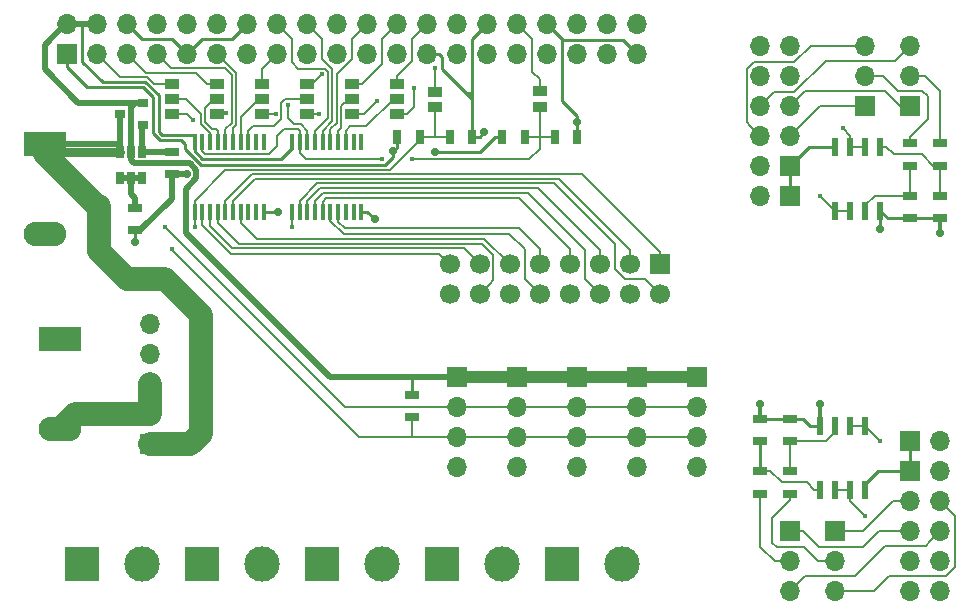
<source format=gtl>
G04 #@! TF.FileFunction,Copper,L1,Top,Signal*
%FSLAX46Y46*%
G04 Gerber Fmt 4.6, Leading zero omitted, Abs format (unit mm)*
G04 Created by KiCad (PCBNEW 4.0.7) date 08/21/18 18:23:19*
%MOMM*%
%LPD*%
G01*
G04 APERTURE LIST*
%ADD10C,0.100000*%
%ADD11R,1.270000X0.970000*%
%ADD12R,1.700000X1.700000*%
%ADD13C,1.700000*%
%ADD14O,1.700000X1.700000*%
%ADD15R,0.650000X1.060000*%
%ADD16R,0.900000X0.800000*%
%ADD17R,1.300000X0.700000*%
%ADD18R,0.700000X1.300000*%
%ADD19R,0.450000X1.450000*%
%ADD20R,3.600000X2.100000*%
%ADD21O,3.600000X2.100000*%
%ADD22R,3.000000X3.000000*%
%ADD23C,3.000000*%
%ADD24R,0.600000X1.550000*%
%ADD25C,0.400000*%
%ADD26C,0.700000*%
%ADD27C,0.500000*%
%ADD28C,0.254000*%
%ADD29C,1.000000*%
%ADD30C,0.203200*%
%ADD31C,2.000000*%
%ADD32C,0.762000*%
%ADD33C,0.250000*%
%ADD34C,0.300000*%
G04 APERTURE END LIST*
D10*
D11*
X106680000Y-25400000D03*
X106680000Y-24130000D03*
X106680000Y-22860000D03*
X95250000Y-25400000D03*
X95250000Y-24130000D03*
X95250000Y-22860000D03*
X99060000Y-25400000D03*
X99060000Y-24130000D03*
X99060000Y-22860000D03*
X102870000Y-25400000D03*
X102870000Y-24130000D03*
X102870000Y-22860000D03*
X110490000Y-25400000D03*
X110490000Y-24130000D03*
X110490000Y-22860000D03*
X114300000Y-25400000D03*
X114300000Y-24130000D03*
X114300000Y-22860000D03*
D12*
X136525000Y-38100000D03*
D13*
X136525000Y-40640000D03*
X133985000Y-38100000D03*
X133985000Y-40640000D03*
X131445000Y-38100000D03*
X131445000Y-40640000D03*
X128905000Y-38100000D03*
X128905000Y-40640000D03*
X126365000Y-38100000D03*
X126365000Y-40640000D03*
X123825000Y-38100000D03*
X123825000Y-40640000D03*
X121285000Y-38100000D03*
X121285000Y-40640000D03*
X118745000Y-38100000D03*
X118745000Y-40640000D03*
D12*
X119380000Y-47625000D03*
D14*
X119380000Y-50165000D03*
X119380000Y-52705000D03*
X119380000Y-55245000D03*
D12*
X124460000Y-47625000D03*
D14*
X124460000Y-50165000D03*
X124460000Y-52705000D03*
X124460000Y-55245000D03*
D12*
X129540000Y-47625000D03*
D14*
X129540000Y-50165000D03*
X129540000Y-52705000D03*
X129540000Y-55245000D03*
D12*
X93345000Y-53340000D03*
D14*
X93345000Y-50800000D03*
X93345000Y-48260000D03*
X93345000Y-45720000D03*
X93345000Y-43180000D03*
D12*
X139700000Y-47625000D03*
D14*
X139700000Y-50165000D03*
X139700000Y-52705000D03*
X139700000Y-55245000D03*
D12*
X134620000Y-47625000D03*
D14*
X134620000Y-50165000D03*
X134620000Y-52705000D03*
X134620000Y-55245000D03*
D11*
X117475000Y-24775000D03*
X117475000Y-23495000D03*
X126365000Y-24770000D03*
X126365000Y-23490000D03*
D15*
X90805000Y-30775000D03*
X91755000Y-30775000D03*
X92705000Y-30775000D03*
X92705000Y-28575000D03*
X90805000Y-28575000D03*
X91755000Y-28575000D03*
D16*
X92805000Y-26350000D03*
X92805000Y-24450000D03*
X90805000Y-25400000D03*
D17*
X115570000Y-51054000D03*
X115570000Y-49154000D03*
D18*
X114300000Y-27305000D03*
X116200000Y-27305000D03*
X118745000Y-27305000D03*
X120645000Y-27305000D03*
X123195000Y-27305000D03*
X125095000Y-27305000D03*
X127635000Y-27305000D03*
X129535000Y-27305000D03*
D17*
X92075000Y-33340000D03*
X92075000Y-35240000D03*
X95250000Y-28575000D03*
X95250000Y-30475000D03*
D19*
X97155000Y-33655000D03*
X97805000Y-33655000D03*
X98455000Y-33655000D03*
X99105000Y-33655000D03*
X99755000Y-33655000D03*
X100405000Y-33655000D03*
X101055000Y-33655000D03*
X101705000Y-33655000D03*
X102355000Y-33655000D03*
X103005000Y-33655000D03*
X103005000Y-27755000D03*
X102355000Y-27755000D03*
X101705000Y-27755000D03*
X101055000Y-27755000D03*
X100405000Y-27755000D03*
X99755000Y-27755000D03*
X99105000Y-27755000D03*
X98455000Y-27755000D03*
X97805000Y-27755000D03*
X97155000Y-27755000D03*
X105410000Y-33655000D03*
X106060000Y-33655000D03*
X106710000Y-33655000D03*
X107360000Y-33655000D03*
X108010000Y-33655000D03*
X108660000Y-33655000D03*
X109310000Y-33655000D03*
X109960000Y-33655000D03*
X110610000Y-33655000D03*
X111260000Y-33655000D03*
X111260000Y-27755000D03*
X110610000Y-27755000D03*
X109960000Y-27755000D03*
X109310000Y-27755000D03*
X108660000Y-27755000D03*
X108010000Y-27755000D03*
X107360000Y-27755000D03*
X106710000Y-27755000D03*
X106060000Y-27755000D03*
X105410000Y-27755000D03*
D12*
X86360000Y-20320000D03*
D14*
X86360000Y-17780000D03*
X88900000Y-20320000D03*
X88900000Y-17780000D03*
X91440000Y-20320000D03*
X91440000Y-17780000D03*
X93980000Y-20320000D03*
X93980000Y-17780000D03*
X96520000Y-20320000D03*
X96520000Y-17780000D03*
X99060000Y-20320000D03*
X99060000Y-17780000D03*
X101600000Y-20320000D03*
X101600000Y-17780000D03*
X104140000Y-20320000D03*
X104140000Y-17780000D03*
X106680000Y-20320000D03*
X106680000Y-17780000D03*
X109220000Y-20320000D03*
X109220000Y-17780000D03*
X111760000Y-20320000D03*
X111760000Y-17780000D03*
X114300000Y-20320000D03*
X114300000Y-17780000D03*
X116840000Y-20320000D03*
X116840000Y-17780000D03*
X119380000Y-20320000D03*
X119380000Y-17780000D03*
X121920000Y-20320000D03*
X121920000Y-17780000D03*
X124460000Y-20320000D03*
X124460000Y-17780000D03*
X127000000Y-20320000D03*
X127000000Y-17780000D03*
X129540000Y-20320000D03*
X129540000Y-17780000D03*
X132080000Y-20320000D03*
X132080000Y-17780000D03*
X134620000Y-20320000D03*
X134620000Y-17780000D03*
D20*
X85725000Y-44450000D03*
D21*
X85725000Y-52070000D03*
D22*
X87630000Y-63500000D03*
D23*
X92710000Y-63500000D03*
D22*
X97790000Y-63500000D03*
D23*
X102870000Y-63500000D03*
D22*
X107950000Y-63500000D03*
D23*
X113030000Y-63500000D03*
D22*
X118110000Y-63500000D03*
D23*
X123190000Y-63500000D03*
D22*
X128270000Y-63500000D03*
D23*
X133350000Y-63500000D03*
D12*
X157761521Y-55644537D03*
D14*
X160301521Y-55644537D03*
X157761521Y-58184537D03*
X160301521Y-58184537D03*
X157761521Y-60724537D03*
X160301521Y-60724537D03*
X157761521Y-63264537D03*
X160301521Y-63264537D03*
X157761521Y-65804537D03*
X160301521Y-65804537D03*
D12*
X151411521Y-60724537D03*
D14*
X151411521Y-63264537D03*
X151411521Y-65804537D03*
D12*
X147601521Y-60724537D03*
D14*
X147601521Y-63264537D03*
X147601521Y-65804537D03*
D12*
X147596947Y-29762725D03*
D14*
X145056947Y-29762725D03*
X147596947Y-27222725D03*
X145056947Y-27222725D03*
X147596947Y-24682725D03*
X145056947Y-24682725D03*
X147596947Y-22142725D03*
X145056947Y-22142725D03*
X147596947Y-19602725D03*
X145056947Y-19602725D03*
D12*
X153946947Y-24682725D03*
D14*
X153946947Y-22142725D03*
X153946947Y-19602725D03*
D12*
X157756947Y-24682725D03*
D14*
X157756947Y-22142725D03*
X157756947Y-19602725D03*
D12*
X157761521Y-53104537D03*
D14*
X160301521Y-53104537D03*
D12*
X147596947Y-32302725D03*
D14*
X145056947Y-32302725D03*
D17*
X147584260Y-57536744D03*
X147584260Y-55636744D03*
X147584260Y-53096744D03*
X147584260Y-51196744D03*
X145044260Y-57536744D03*
X145044260Y-55636744D03*
X145044260Y-53096744D03*
X145044260Y-51196744D03*
X157756947Y-27857725D03*
X157756947Y-29757725D03*
X157756947Y-32307725D03*
X157756947Y-34207725D03*
X160296947Y-27862725D03*
X160296947Y-29762725D03*
X160296947Y-32307725D03*
X160296947Y-34207725D03*
D24*
X153934260Y-51826744D03*
X152664260Y-51826744D03*
X151394260Y-51826744D03*
X150124260Y-51826744D03*
X150124260Y-57226744D03*
X151394260Y-57226744D03*
X152664260Y-57226744D03*
X153934260Y-57226744D03*
X151406947Y-33572725D03*
X152676947Y-33572725D03*
X153946947Y-33572725D03*
X155216947Y-33572725D03*
X155216947Y-28172725D03*
X153946947Y-28172725D03*
X152676947Y-28172725D03*
X151406947Y-28172725D03*
D20*
X84455000Y-27940000D03*
D21*
X84455000Y-35560000D03*
D25*
X94615000Y-34925000D03*
X95222507Y-36852641D03*
D26*
X121666000Y-26924000D03*
X104176737Y-33678190D03*
X96520000Y-30480000D03*
X112395000Y-34290000D03*
X129540000Y-26035000D03*
X92075000Y-36195000D03*
D25*
X97155000Y-34925000D03*
X105410000Y-34925000D03*
X117471428Y-21491579D03*
X113017843Y-29199056D03*
X115576801Y-29214278D03*
D26*
X113981436Y-28550655D03*
X117475000Y-28575000D03*
D25*
X105049188Y-24609410D03*
D26*
X145061521Y-49929537D03*
X150141521Y-49929537D03*
D25*
X155221699Y-53104396D03*
X153951521Y-59454537D03*
D26*
X160296947Y-35477725D03*
X155216947Y-35096725D03*
D25*
X150136947Y-32302725D03*
X152041947Y-26587725D03*
X107950000Y-22033015D03*
X104013000Y-25400000D03*
X99813568Y-25319635D03*
X107724590Y-25400000D03*
X97021247Y-25933366D03*
X115757453Y-23212421D03*
X112581547Y-24308354D03*
D27*
X86360000Y-17780000D02*
X86213914Y-17780000D01*
X86213914Y-17780000D02*
X84455000Y-19538914D01*
X84455000Y-19538914D02*
X84455000Y-21590000D01*
X84455000Y-21590000D02*
X87315000Y-24450000D01*
D28*
X97155000Y-27255000D02*
X97078000Y-27178000D01*
X89359923Y-22684923D02*
X87630000Y-20955000D01*
X92976172Y-22684923D02*
X89359923Y-22684923D01*
X94107000Y-23815751D02*
X92976172Y-22684923D01*
X94364051Y-27178000D02*
X94107000Y-26920949D01*
X97078000Y-27178000D02*
X94364051Y-27178000D01*
X94107000Y-26920949D02*
X94107000Y-23815751D01*
X97155000Y-27755000D02*
X97155000Y-27255000D01*
X87630000Y-20955000D02*
X87630000Y-17780000D01*
D27*
X119380000Y-47625000D02*
X115570000Y-47625000D01*
D28*
X115570000Y-49154000D02*
X115570000Y-47625000D01*
D27*
X115570000Y-47625000D02*
X108585000Y-47625000D01*
D28*
X97155000Y-28568559D02*
X97155000Y-27755000D01*
X104499188Y-29165812D02*
X97752253Y-29165812D01*
X105410000Y-28255000D02*
X104499188Y-29165812D01*
X105410000Y-27755000D02*
X105410000Y-28255000D01*
X97752253Y-29165812D02*
X97155000Y-28568559D01*
D29*
X134620000Y-47625000D02*
X139700000Y-47625000D01*
X129540000Y-47625000D02*
X134620000Y-47625000D01*
X124460000Y-47625000D02*
X129540000Y-47625000D01*
X119380000Y-47625000D02*
X124460000Y-47625000D01*
D27*
X86360000Y-17780000D02*
X88900000Y-17780000D01*
X96730058Y-29538910D02*
X92043868Y-29538910D01*
X96416316Y-35456316D02*
X96416316Y-31734832D01*
X97297802Y-30853346D02*
X97297802Y-30106654D01*
X96416316Y-31734832D02*
X97297802Y-30853346D01*
X91755000Y-29250042D02*
X91755000Y-28575000D01*
X108585000Y-47625000D02*
X96416316Y-35456316D01*
X92043868Y-29538910D02*
X91755000Y-29250042D01*
X97297802Y-30106654D02*
X96730058Y-29538910D01*
X92805000Y-24450000D02*
X87315000Y-24450000D01*
D28*
X92805000Y-24450000D02*
X92075000Y-24450000D01*
X92075000Y-24450000D02*
X87315000Y-24450000D01*
D27*
X91755000Y-24770000D02*
X92075000Y-24450000D01*
X91755000Y-28575000D02*
X91755000Y-24770000D01*
D28*
X86360000Y-17780000D02*
X87630000Y-17780000D01*
X87630000Y-17780000D02*
X88900000Y-17780000D01*
D30*
X119380000Y-50165000D02*
X109860242Y-50165000D01*
X109860242Y-50165000D02*
X94620242Y-34925000D01*
X94620242Y-34925000D02*
X94615000Y-34925000D01*
X124460000Y-50165000D02*
X119380000Y-50165000D01*
X129540000Y-50165000D02*
X124460000Y-50165000D01*
X134620000Y-50165000D02*
X129540000Y-50165000D01*
X139700000Y-50165000D02*
X138497919Y-50165000D01*
X138497919Y-50165000D02*
X134620000Y-50165000D01*
X119380000Y-52705000D02*
X115570000Y-52705000D01*
X115570000Y-52705000D02*
X111074866Y-52705000D01*
X115570000Y-51054000D02*
X115570000Y-52705000D01*
X95422506Y-37052640D02*
X95222507Y-36852641D01*
X111074866Y-52705000D02*
X95422506Y-37052640D01*
X129540000Y-52705000D02*
X124460000Y-52705000D01*
X124460000Y-52705000D02*
X119380000Y-52705000D01*
X134620000Y-52705000D02*
X129540000Y-52705000D01*
X139700000Y-52705000D02*
X134620000Y-52705000D01*
D28*
X120142000Y-23622000D02*
X118063686Y-21543686D01*
X118063686Y-21543686D02*
X118063686Y-20574146D01*
X118063686Y-20574146D02*
X117809540Y-20320000D01*
X117809540Y-20320000D02*
X116840000Y-20320000D01*
X134620000Y-20320000D02*
X133406029Y-19106029D01*
X133406029Y-19106029D02*
X128326029Y-19106029D01*
X128326029Y-19106029D02*
X128154801Y-18934801D01*
X129540000Y-26035000D02*
X129540000Y-25540026D01*
X128259619Y-19039619D02*
X128154801Y-18934801D01*
X129540000Y-25540026D02*
X128259619Y-24259645D01*
X128259619Y-24259645D02*
X128259619Y-19039619D01*
X120396000Y-23622000D02*
X120142000Y-23622000D01*
X120650000Y-23622000D02*
X120396000Y-23622000D01*
X120650000Y-24130000D02*
X120650000Y-23876000D01*
X120650000Y-23876000D02*
X120650000Y-23622000D01*
X120396000Y-23622000D02*
X120650000Y-23876000D01*
X120650000Y-23622000D02*
X120650000Y-19050000D01*
X120650000Y-24130000D02*
X120142000Y-23622000D01*
X120645000Y-27305000D02*
X121285000Y-27305000D01*
X121285000Y-27305000D02*
X121666000Y-26924000D01*
X104153547Y-33655000D02*
X104176737Y-33678190D01*
X103005000Y-33655000D02*
X104153547Y-33655000D01*
X96520000Y-20320000D02*
X95257287Y-19057287D01*
X95257287Y-19057287D02*
X92717287Y-19057287D01*
X92717287Y-19057287D02*
X92289999Y-18629999D01*
X92289999Y-18629999D02*
X91440000Y-17780000D01*
X96520000Y-20320000D02*
X97782713Y-19057287D01*
X97782713Y-19057287D02*
X100322713Y-19057287D01*
X100322713Y-19057287D02*
X100750001Y-18629999D01*
X100750001Y-18629999D02*
X101600000Y-17780000D01*
X128154801Y-18934801D02*
X127849999Y-18629999D01*
X127849999Y-18629999D02*
X127000000Y-17780000D01*
X120650000Y-19050000D02*
X121920000Y-17780000D01*
X120650000Y-26035000D02*
X120650000Y-24130000D01*
D31*
X93345000Y-50800000D02*
X93345000Y-48260000D01*
X85725000Y-52070000D02*
X86995000Y-50800000D01*
X86995000Y-50800000D02*
X93345000Y-50800000D01*
D27*
X95250000Y-30475000D02*
X96515000Y-30475000D01*
X96515000Y-30475000D02*
X96520000Y-30480000D01*
X92075000Y-35240000D02*
X92574874Y-35240000D01*
X95250000Y-32564874D02*
X95250000Y-31325000D01*
X92574874Y-35240000D02*
X95250000Y-32564874D01*
X95250000Y-31325000D02*
X95250000Y-30475000D01*
D28*
X111760000Y-33655000D02*
X112395000Y-34290000D01*
X111260000Y-33655000D02*
X111760000Y-33655000D01*
X129535000Y-27305000D02*
X129535000Y-26040000D01*
X129535000Y-26040000D02*
X129540000Y-26035000D01*
X120645000Y-27305000D02*
X120645000Y-26040000D01*
X120645000Y-26040000D02*
X120650000Y-26035000D01*
X92075000Y-35240000D02*
X92075000Y-36195000D01*
D30*
X116200000Y-27305000D02*
X116200000Y-27605000D01*
X113686627Y-30118373D02*
X99763427Y-30118373D01*
X97155000Y-32726800D02*
X97155000Y-33655000D01*
X116200000Y-27605000D02*
X113686627Y-30118373D01*
X99763427Y-30118373D02*
X97155000Y-32726800D01*
X97155000Y-34925000D02*
X97155000Y-33655000D01*
X105410000Y-33655000D02*
X105410000Y-34925000D01*
X116200000Y-27305000D02*
X117475000Y-27305000D01*
X117475000Y-27305000D02*
X118745000Y-27305000D01*
X117475000Y-24775000D02*
X117475000Y-27305000D01*
X117475000Y-23495000D02*
X117475000Y-21495151D01*
X117475000Y-21495151D02*
X117471428Y-21491579D01*
X126365000Y-27305000D02*
X126365000Y-28327701D01*
X115859643Y-29214278D02*
X115576801Y-29214278D01*
X126365000Y-28327701D02*
X125478423Y-29214278D01*
X125478423Y-29214278D02*
X115859643Y-29214278D01*
X106060000Y-27755000D02*
X106060000Y-28683200D01*
X106060000Y-28683200D02*
X106575856Y-29199056D01*
X112735001Y-29199056D02*
X113017843Y-29199056D01*
X106575856Y-29199056D02*
X112735001Y-29199056D01*
X97805000Y-27755000D02*
X97805000Y-28560000D01*
X97805000Y-28560000D02*
X97807078Y-28560000D01*
X97807078Y-28560000D02*
X98006479Y-28759401D01*
X98006479Y-28759401D02*
X103453521Y-28759401D01*
X104141501Y-28071421D02*
X104141501Y-27227553D01*
X104699054Y-26670000D02*
X105903200Y-26670000D01*
X103453521Y-28759401D02*
X104141501Y-28071421D01*
X104141501Y-27227553D02*
X104699054Y-26670000D01*
X105903200Y-26670000D02*
X106060000Y-26826800D01*
X106060000Y-26826800D02*
X106060000Y-27755000D01*
X125095000Y-27305000D02*
X125730000Y-27305000D01*
X125730000Y-27305000D02*
X127635000Y-27305000D01*
X126365000Y-27305000D02*
X125730000Y-27305000D01*
X126365000Y-24770000D02*
X126365000Y-27305000D01*
X126365000Y-23490000D02*
X126365000Y-22471369D01*
X126365000Y-22471369D02*
X125713321Y-21819690D01*
X125713321Y-21819690D02*
X125713321Y-19033321D01*
X125713321Y-19033321D02*
X125309999Y-18629999D01*
X125309999Y-18629999D02*
X124460000Y-17780000D01*
D31*
X95250000Y-53340000D02*
X93345000Y-53340000D01*
D27*
X90805000Y-28575000D02*
X90805000Y-27940000D01*
X90805000Y-27940000D02*
X90805000Y-25400000D01*
X84455000Y-27940000D02*
X90805000Y-27940000D01*
D32*
X90805000Y-28575000D02*
X85090000Y-28575000D01*
D28*
X85090000Y-28575000D02*
X84455000Y-27940000D01*
D31*
X95250000Y-53340000D02*
X96798079Y-53340000D01*
X88909568Y-33215749D02*
X84455000Y-28761181D01*
X84455000Y-28761181D02*
X84455000Y-27940000D01*
X96798079Y-53340000D02*
X97665365Y-52472714D01*
X97665365Y-52472714D02*
X97665365Y-42420365D01*
X97665365Y-42420365D02*
X94615000Y-39370000D01*
X89045424Y-33215749D02*
X88909568Y-33215749D01*
X94615000Y-39370000D02*
X91440000Y-39370000D01*
X91440000Y-39370000D02*
X89045424Y-36975424D01*
X89045424Y-36975424D02*
X89045424Y-33215749D01*
D27*
X91755000Y-30775000D02*
X90805000Y-30775000D01*
X91755000Y-30775000D02*
X92705000Y-30775000D01*
X90805000Y-30775000D02*
X92705000Y-30775000D01*
X91755000Y-30775000D02*
X91755000Y-32170000D01*
D30*
X91755000Y-30775000D02*
X91755000Y-31750000D01*
D27*
X92075000Y-33340000D02*
X92075000Y-32490000D01*
X92075000Y-32490000D02*
X91755000Y-32170000D01*
X91755000Y-32170000D02*
X91755000Y-31750000D01*
X92705000Y-28575000D02*
X95250000Y-28575000D01*
X92705000Y-28575000D02*
X92705000Y-26450000D01*
X92705000Y-26450000D02*
X92805000Y-26350000D01*
D28*
X113981436Y-29045629D02*
X113981436Y-28550655D01*
X92797311Y-23116734D02*
X93599000Y-23918423D01*
X95970440Y-27609811D02*
X96300629Y-27940000D01*
X97687731Y-29711962D02*
X113315103Y-29711962D01*
X93599000Y-27023621D02*
X94185190Y-27609811D01*
X96300629Y-28324860D02*
X97687731Y-29711962D01*
X88052734Y-23116734D02*
X92797311Y-23116734D01*
X96300629Y-27940000D02*
X96300629Y-28324860D01*
X93599000Y-23918423D02*
X93599000Y-27023621D01*
X86360000Y-21424000D02*
X88052734Y-23116734D01*
X86360000Y-20320000D02*
X86360000Y-21424000D01*
X113315103Y-29711962D02*
X113981436Y-29045629D01*
X94185190Y-27609811D02*
X95970440Y-27609811D01*
X114300000Y-27305000D02*
X114300000Y-28232091D01*
X114300000Y-28232091D02*
X113981436Y-28550655D01*
X123195000Y-27305000D02*
X122591000Y-27305000D01*
X122591000Y-27305000D02*
X121321000Y-28575000D01*
X121321000Y-28575000D02*
X117475000Y-28575000D01*
X123195000Y-27305000D02*
X123195000Y-27005000D01*
X123195000Y-27005000D02*
X123190000Y-27000000D01*
D30*
X97805000Y-33655000D02*
X97805000Y-34819502D01*
X97805000Y-34819502D02*
X100208007Y-37222509D01*
X100208007Y-37222509D02*
X117867509Y-37222509D01*
X117867509Y-37222509D02*
X118745000Y-38100000D01*
X118455355Y-38212349D02*
X118617360Y-38212349D01*
X118617360Y-38212349D02*
X118742701Y-38087008D01*
X118742701Y-38087008D02*
X118742701Y-38102299D01*
X118742701Y-38102299D02*
X118745000Y-38100000D01*
X121285000Y-38100000D02*
X121285000Y-38098162D01*
X121285000Y-38098162D02*
X119966071Y-36779233D01*
X98455000Y-34894751D02*
X98455000Y-34583200D01*
X98455000Y-34583200D02*
X98455000Y-33655000D01*
X119966071Y-36779233D02*
X100339482Y-36779233D01*
X100339482Y-36779233D02*
X98455000Y-34894751D01*
X99105000Y-33655000D02*
X99105000Y-34583200D01*
X99105000Y-34583200D02*
X100894622Y-36372822D01*
X100894622Y-36372822D02*
X121462822Y-36372822D01*
X122439801Y-39485199D02*
X122134999Y-39790001D01*
X121462822Y-36372822D02*
X122439801Y-37349801D01*
X122439801Y-37349801D02*
X122439801Y-39485199D01*
X122134999Y-39790001D02*
X121285000Y-40640000D01*
X129977584Y-30499384D02*
X101982416Y-30499384D01*
X99755000Y-32726800D02*
X99755000Y-33655000D01*
X101982416Y-30499384D02*
X99755000Y-32726800D01*
X136525000Y-38100000D02*
X136525000Y-37046800D01*
X136525000Y-37046800D02*
X129977584Y-30499384D01*
X102251405Y-30880395D02*
X100405000Y-32726800D01*
X100405000Y-32726800D02*
X100405000Y-33655000D01*
X133985000Y-38100000D02*
X133985000Y-36897919D01*
X133985000Y-36897919D02*
X127967476Y-30880395D01*
X127967476Y-30880395D02*
X102251405Y-30880395D01*
X123825000Y-38100000D02*
X121688352Y-35963352D01*
X121688352Y-35963352D02*
X102435152Y-35963352D01*
X102435152Y-35963352D02*
X101055000Y-34583200D01*
X101055000Y-34583200D02*
X101055000Y-33655000D01*
X102870000Y-22860000D02*
X102870000Y-21590000D01*
X102870000Y-21590000D02*
X104140000Y-20320000D01*
X99909999Y-21169999D02*
X99060000Y-20320000D01*
X100405000Y-26560799D02*
X100673989Y-26291810D01*
X100673989Y-26291810D02*
X100673989Y-21933989D01*
X100405000Y-27755000D02*
X100405000Y-26560799D01*
X100673989Y-21933989D02*
X99909999Y-21169999D01*
X100405000Y-27755000D02*
X100399349Y-27749349D01*
X100292978Y-26133991D02*
X100292978Y-22108406D01*
X99755000Y-27755000D02*
X99755000Y-26671969D01*
X99701062Y-21516490D02*
X95176490Y-21516490D01*
X99755000Y-26671969D02*
X100292978Y-26133991D01*
X94829999Y-21169999D02*
X93980000Y-20320000D01*
X100292978Y-22108406D02*
X99701062Y-21516490D01*
X95176490Y-21516490D02*
X94829999Y-21169999D01*
X132729247Y-36405141D02*
X127585512Y-31261406D01*
X106060000Y-32726800D02*
X106060000Y-33655000D01*
X135290080Y-39405080D02*
X133580974Y-39405080D01*
X127585512Y-31261406D02*
X107525394Y-31261406D01*
X133580974Y-39405080D02*
X132729247Y-38553353D01*
X136525000Y-40640000D02*
X135290080Y-39405080D01*
X107525394Y-31261406D02*
X106060000Y-32726800D01*
X132729247Y-38553353D02*
X132729247Y-36405141D01*
X106710000Y-32726800D02*
X106710000Y-33655000D01*
X126238473Y-31691392D02*
X107745408Y-31691392D01*
X107745408Y-31691392D02*
X106710000Y-32726800D01*
X131445000Y-38100000D02*
X131445000Y-36897919D01*
X131445000Y-36897919D02*
X126238473Y-31691392D01*
X131445000Y-40640000D02*
X130179505Y-39374505D01*
X107360000Y-32726800D02*
X107360000Y-33655000D01*
X107988997Y-32097803D02*
X107360000Y-32726800D01*
X125394814Y-32097803D02*
X107988997Y-32097803D01*
X130179505Y-39374505D02*
X130179505Y-36882494D01*
X130179505Y-36882494D02*
X125394814Y-32097803D01*
X108312144Y-32504214D02*
X108010000Y-32806358D01*
X128905000Y-38100000D02*
X128905000Y-36830000D01*
X128905000Y-36830000D02*
X124579214Y-32504214D01*
X124579214Y-32504214D02*
X108312144Y-32504214D01*
X108010000Y-32806358D02*
X108010000Y-33655000D01*
X126365000Y-40640000D02*
X125105777Y-39380777D01*
X125105777Y-39380777D02*
X125105777Y-36856739D01*
X125105777Y-36856739D02*
X123805979Y-35556941D01*
X123805979Y-35556941D02*
X109788548Y-35556941D01*
X109788548Y-35556941D02*
X108660000Y-34428393D01*
X108660000Y-34428393D02*
X108660000Y-33655000D01*
X126365000Y-38100000D02*
X126365000Y-36830000D01*
X126365000Y-36830000D02*
X124608073Y-35073073D01*
X124608073Y-35073073D02*
X109879431Y-35073073D01*
X109879431Y-35073073D02*
X109310000Y-34503642D01*
X109310000Y-34503642D02*
X109310000Y-33655000D01*
X114300000Y-22860000D02*
X114300000Y-22171800D01*
X115576023Y-19043977D02*
X115990001Y-18629999D01*
X114300000Y-22171800D02*
X115576023Y-20895777D01*
X115576023Y-20895777D02*
X115576023Y-19043977D01*
X115990001Y-18629999D02*
X116840000Y-17780000D01*
X110490000Y-22860000D02*
X111328200Y-22860000D01*
X111328200Y-22860000D02*
X113035375Y-21152825D01*
X113035375Y-21152825D02*
X113035375Y-19044625D01*
X113035375Y-19044625D02*
X113450001Y-18629999D01*
X113450001Y-18629999D02*
X114300000Y-17780000D01*
X108660000Y-27755000D02*
X108660000Y-26691170D01*
X108660000Y-26691170D02*
X109194588Y-26156582D01*
X109194588Y-26156582D02*
X109194588Y-22016926D01*
X109194588Y-22016926D02*
X110491095Y-20720419D01*
X110491095Y-20720419D02*
X110491095Y-19048905D01*
X110491095Y-19048905D02*
X110910001Y-18629999D01*
X110910001Y-18629999D02*
X111760000Y-17780000D01*
X108010000Y-27755000D02*
X108010000Y-26802340D01*
X108010000Y-26802340D02*
X108813577Y-25998763D01*
X108813577Y-25998763D02*
X108813577Y-21585091D01*
X108813577Y-21585091D02*
X107945578Y-20717092D01*
X107945578Y-20717092D02*
X107945578Y-19045578D01*
X107945578Y-19045578D02*
X107529999Y-18629999D01*
X107529999Y-18629999D02*
X106680000Y-17780000D01*
X108010000Y-27755000D02*
X107959121Y-27704121D01*
X108180114Y-21553613D02*
X105936939Y-21553613D01*
X105410000Y-19050000D02*
X104989999Y-18629999D01*
X105410000Y-21026674D02*
X105410000Y-19050000D01*
X104989999Y-18629999D02*
X104140000Y-17780000D01*
X105936939Y-21553613D02*
X105410000Y-21026674D01*
X108429402Y-21802901D02*
X108180114Y-21553613D01*
X107360000Y-26826800D02*
X108429402Y-25757398D01*
X108429402Y-25757398D02*
X108429402Y-21802901D01*
X107360000Y-27755000D02*
X107360000Y-26826800D01*
X106710000Y-27755000D02*
X106710000Y-26826800D01*
X106710000Y-26826800D02*
X106154197Y-26270997D01*
X106154197Y-26270997D02*
X105592267Y-26270997D01*
X105592267Y-26270997D02*
X105049188Y-25727918D01*
X105049188Y-25727918D02*
X105049188Y-24892252D01*
X105049188Y-24892252D02*
X105049188Y-24609410D01*
D28*
X153934260Y-57226744D02*
X153934260Y-56751744D01*
X153934260Y-56751744D02*
X155041467Y-55644537D01*
X155041467Y-55644537D02*
X156657521Y-55644537D01*
X156657521Y-55644537D02*
X157761521Y-55644537D01*
D33*
X157761521Y-55644537D02*
X157761521Y-53104537D01*
D34*
X145044260Y-51196744D02*
X145044260Y-49946798D01*
X145044260Y-49946798D02*
X145061521Y-49929537D01*
X150124260Y-51826744D02*
X150124260Y-49946798D01*
X150124260Y-49946798D02*
X150141521Y-49929537D01*
D28*
X150124260Y-51826744D02*
X150124260Y-51351744D01*
X147584260Y-51196744D02*
X148647295Y-51196744D01*
X148647295Y-51196744D02*
X149277295Y-51826744D01*
X149277295Y-51826744D02*
X150124260Y-51826744D01*
X147584260Y-51196744D02*
X145044260Y-51196744D01*
D33*
X147884260Y-51196744D02*
X147584260Y-51196744D01*
D30*
X151411521Y-60724537D02*
X153721600Y-60724537D01*
X153721600Y-60724537D02*
X156261600Y-58184537D01*
X156261600Y-58184537D02*
X157761521Y-58184537D01*
X157761414Y-58184644D02*
X157761521Y-58184537D01*
X151411521Y-65804537D02*
X154655766Y-65804537D01*
X161553664Y-63721500D02*
X161553664Y-59436680D01*
X154655766Y-65804537D02*
X155935895Y-64524408D01*
X155935895Y-64524408D02*
X160750756Y-64524408D01*
X160750756Y-64524408D02*
X161553664Y-63721500D01*
X161553664Y-59436680D02*
X161151520Y-59034536D01*
X161151520Y-59034536D02*
X160301521Y-58184537D01*
X147601521Y-60724537D02*
X148654721Y-60724537D01*
X148654721Y-60724537D02*
X150001134Y-62070950D01*
X150001134Y-62070950D02*
X153739464Y-62070950D01*
X153739464Y-62070950D02*
X155085877Y-60724537D01*
X155085877Y-60724537D02*
X156559440Y-60724537D01*
X156559440Y-60724537D02*
X157761521Y-60724537D01*
X147601521Y-65804537D02*
X148863711Y-64542347D01*
X148863711Y-64542347D02*
X153047517Y-64542347D01*
X153047517Y-64542347D02*
X155605892Y-61983972D01*
X155605892Y-61983972D02*
X159042086Y-61983972D01*
X159451522Y-61574536D02*
X160301521Y-60724537D01*
X159042086Y-61983972D02*
X159451522Y-61574536D01*
X153934260Y-51826744D02*
X153944046Y-51826744D01*
X153944046Y-51826744D02*
X155221698Y-53104396D01*
X155221698Y-53104396D02*
X155221699Y-53104396D01*
X153934260Y-51826744D02*
X152664260Y-51826744D01*
X153951521Y-59454537D02*
X152664260Y-58167276D01*
X152664260Y-58167276D02*
X152664260Y-57226744D01*
X152664260Y-57226744D02*
X151394260Y-57226744D01*
X152664260Y-57701744D02*
X152664260Y-57226744D01*
D33*
X152664260Y-56751744D02*
X152664260Y-57226744D01*
D30*
X151411521Y-63264537D02*
X149955420Y-63264537D01*
X149955420Y-63264537D02*
X148754883Y-62064000D01*
X148754883Y-62064000D02*
X146432663Y-62064000D01*
X146052369Y-61683706D02*
X146052369Y-59621835D01*
X146432663Y-62064000D02*
X146052369Y-61683706D01*
X146052369Y-59621835D02*
X147584260Y-58089944D01*
X147584260Y-58089944D02*
X147584260Y-57536744D01*
X147601521Y-63264537D02*
X146290034Y-63264537D01*
X146290034Y-63264537D02*
X145044260Y-62018763D01*
X145044260Y-62018763D02*
X145044260Y-57536744D01*
D28*
X147596947Y-29762725D02*
X147596947Y-32302725D01*
X151406947Y-28172725D02*
X149186947Y-28172725D01*
X149186947Y-28172725D02*
X147596947Y-29762725D01*
D34*
X160296947Y-34207725D02*
X160296947Y-35477725D01*
D28*
X155216947Y-33572725D02*
X155216947Y-35096725D01*
X155216947Y-34047725D02*
X155216947Y-33572725D01*
X157756947Y-34207725D02*
X155851947Y-34207725D01*
X155851947Y-34207725D02*
X155216947Y-33572725D01*
X160296947Y-34207725D02*
X157756947Y-34207725D01*
D30*
X153946947Y-24682725D02*
X150136947Y-24682725D01*
X150136947Y-24682725D02*
X147596947Y-27222725D01*
X153946947Y-19602725D02*
X149306053Y-19602725D01*
X149306053Y-19602725D02*
X147920854Y-20987924D01*
X147920854Y-20987924D02*
X144502642Y-20987924D01*
X144502642Y-20987924D02*
X143902146Y-21588420D01*
X143902146Y-21588420D02*
X143902146Y-26067924D01*
X143902146Y-26067924D02*
X144206948Y-26372726D01*
X144206948Y-26372726D02*
X145056947Y-27222725D01*
X157756947Y-24682725D02*
X156908075Y-24682725D01*
X156908075Y-24682725D02*
X155633399Y-23408049D01*
X155633399Y-23408049D02*
X148871623Y-23408049D01*
X148871623Y-23408049D02*
X148446946Y-23832726D01*
X148446946Y-23832726D02*
X147596947Y-24682725D01*
X157756947Y-19602725D02*
X156486947Y-20872725D01*
X156486947Y-20872725D02*
X150576053Y-20872725D01*
X150576053Y-20872725D02*
X147920854Y-23527924D01*
X147920854Y-23527924D02*
X146211748Y-23527924D01*
X146211748Y-23527924D02*
X145906946Y-23832726D01*
X145906946Y-23832726D02*
X145056947Y-24682725D01*
X152676947Y-33572725D02*
X151406947Y-33572725D01*
X150136947Y-32302725D02*
X151406947Y-33572725D01*
X153946947Y-28172725D02*
X152676947Y-28172725D01*
X152676947Y-27222725D02*
X152676947Y-28172725D01*
X152041947Y-26587725D02*
X152676947Y-27222725D01*
X153946947Y-22142725D02*
X153953522Y-22136150D01*
X153953522Y-22136150D02*
X155427763Y-22136150D01*
X155427763Y-22136150D02*
X156707278Y-23415665D01*
X156707278Y-23415665D02*
X158738529Y-23415665D01*
X158738529Y-23415665D02*
X159212996Y-23890132D01*
X159212996Y-23890132D02*
X159212996Y-25848476D01*
X159212996Y-25848476D02*
X157756947Y-27304525D01*
X157756947Y-27304525D02*
X157756947Y-27857725D01*
X157756947Y-22142725D02*
X158959028Y-22142725D01*
X158959028Y-22142725D02*
X160296947Y-23480644D01*
X160296947Y-23480644D02*
X160296947Y-27309525D01*
X160296947Y-27309525D02*
X160296947Y-27862725D01*
X147584260Y-53096744D02*
X150599260Y-53096744D01*
X150599260Y-53096744D02*
X151394260Y-52301744D01*
X151394260Y-52301744D02*
X151394260Y-51826744D01*
X147584260Y-55636744D02*
X147584260Y-53096744D01*
X150124260Y-57226744D02*
X149621060Y-57226744D01*
X148982239Y-56587923D02*
X146848639Y-56587923D01*
X149621060Y-57226744D02*
X148982239Y-56587923D01*
X146848639Y-56587923D02*
X145897460Y-55636744D01*
X145897460Y-55636744D02*
X145044260Y-55636744D01*
D33*
X145044260Y-55636744D02*
X145044260Y-53096744D01*
D30*
X157756947Y-29757725D02*
X157756947Y-30310925D01*
X157756947Y-30310925D02*
X157756947Y-32307725D01*
X157756947Y-32307725D02*
X154736947Y-32307725D01*
X154736947Y-32307725D02*
X153946947Y-33097725D01*
X153946947Y-33097725D02*
X153946947Y-33572725D01*
X155216947Y-28172725D02*
X155720147Y-28172725D01*
X155720147Y-28172725D02*
X156340021Y-28792599D01*
X159707769Y-29762725D02*
X160296947Y-29762725D01*
X156340021Y-28792599D02*
X158737643Y-28792599D01*
X158737643Y-28792599D02*
X159707769Y-29762725D01*
X160296947Y-29762725D02*
X160296947Y-32307725D01*
X89749999Y-21169999D02*
X88900000Y-20320000D01*
X90858512Y-22278512D02*
X89749999Y-21169999D01*
X93725999Y-22860000D02*
X93144512Y-22278512D01*
X93144512Y-22278512D02*
X90858512Y-22278512D01*
X95250000Y-22860000D02*
X93725999Y-22860000D01*
X97259301Y-21897501D02*
X93017501Y-21897501D01*
X98221800Y-22860000D02*
X97259301Y-21897501D01*
X93017501Y-21897501D02*
X92289999Y-21169999D01*
X92289999Y-21169999D02*
X91440000Y-20320000D01*
X99060000Y-22860000D02*
X98221800Y-22860000D01*
X106680000Y-22860000D02*
X107123015Y-22860000D01*
X107123015Y-22860000D02*
X107937557Y-22045458D01*
X107937557Y-22045458D02*
X107950000Y-22033015D01*
X102870000Y-25400000D02*
X104013000Y-25400000D01*
X99060000Y-25400000D02*
X99140365Y-25319635D01*
X99140365Y-25319635D02*
X99530726Y-25319635D01*
X99530726Y-25319635D02*
X99813568Y-25319635D01*
X106680000Y-25400000D02*
X107724590Y-25400000D01*
X96487881Y-25400000D02*
X96821248Y-25733367D01*
X95250000Y-25400000D02*
X96487881Y-25400000D01*
X96821248Y-25733367D02*
X97021247Y-25933366D01*
X114300000Y-25400000D02*
X115138200Y-25400000D01*
X115757453Y-24780747D02*
X115757453Y-23495263D01*
X115138200Y-25400000D02*
X115757453Y-24780747D01*
X115757453Y-23495263D02*
X115757453Y-23212421D01*
X111489901Y-25400000D02*
X112581547Y-24308354D01*
X110490000Y-25400000D02*
X111489901Y-25400000D01*
X98455000Y-27755000D02*
X98455000Y-27044065D01*
X96426837Y-24130000D02*
X95250000Y-24130000D01*
X98455000Y-27044065D02*
X97658045Y-26247110D01*
X97658045Y-26247110D02*
X97658045Y-25361208D01*
X97658045Y-25361208D02*
X96426837Y-24130000D01*
X99105000Y-27755000D02*
X99105000Y-26826800D01*
X98039056Y-24882448D02*
X98791504Y-24130000D01*
X99105000Y-26826800D02*
X98961010Y-26682810D01*
X98961010Y-26682810D02*
X98632575Y-26682810D01*
X98632575Y-26682810D02*
X98039056Y-26089291D01*
X98039056Y-26089291D02*
X98039056Y-24882448D01*
X98791504Y-24130000D02*
X99060000Y-24130000D01*
X101055000Y-27755000D02*
X101055000Y-25660723D01*
X101055000Y-25660723D02*
X102585723Y-24130000D01*
X102585723Y-24130000D02*
X102870000Y-24130000D01*
X101705000Y-27755000D02*
X101705000Y-26826800D01*
X101705000Y-26826800D02*
X102089935Y-26441865D01*
X103860135Y-26441865D02*
X104508603Y-25793397D01*
X102089935Y-26441865D02*
X103860135Y-26441865D01*
X104508603Y-25793397D02*
X104508603Y-24384000D01*
X104508603Y-24384000D02*
X104521000Y-24384000D01*
X104521000Y-24384000D02*
X104775000Y-24130000D01*
X104775000Y-24130000D02*
X105987928Y-24130000D01*
X105987928Y-24130000D02*
X106680000Y-24130000D01*
X109310000Y-27755000D02*
X109310000Y-26826800D01*
X109310000Y-26826800D02*
X109575599Y-26561201D01*
X109575599Y-26561201D02*
X109575599Y-24759745D01*
X110205344Y-24130000D02*
X110490000Y-24130000D01*
X109575599Y-24759745D02*
X110205344Y-24130000D01*
X109960000Y-27755000D02*
X109960000Y-26826800D01*
X109960000Y-26826800D02*
X110337901Y-26448899D01*
X114004712Y-24130000D02*
X114300000Y-24130000D01*
X110337901Y-26448899D02*
X111685813Y-26448899D01*
X111685813Y-26448899D02*
X114004712Y-24130000D01*
M02*

</source>
